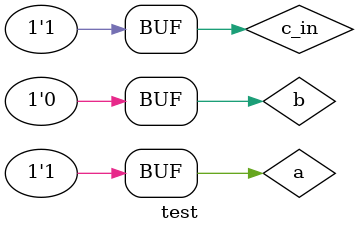
<source format=v>
`timescale 1ns / 1ps


module test;

	// Inputs
	reg a;
	reg b;
	reg c_in;

	// Outputs
	wire sum;
	wire carry;

	// Instantiate the Unit Under Test (UUT)
	fullAdder uut (
		.a(a), 
		.b(b), 
		.c_in(c_in), 
		.sum(sum), 
		.carry(carry)
	);

	initial begin
		// Initialize Inputs
		a = 0;
		b = 0;
		c_in = 0;

		// Wait 100 ns for global reset to finish
		#100;
		a = 0;
		b = 1;
		c_in = 0;

		// Wait 100 ns for global reset to finish
		#100;
		a = 1;
		b = 1;
		c_in = 1;

		// Wait 100 ns for global reset to finish
		#100;
		a = 1;
		b = 0;
		c_in = 1;

		// Wait 100 ns for global reset to finish
		#100;
        
		// Add stimulus here

	end
      
endmodule


</source>
